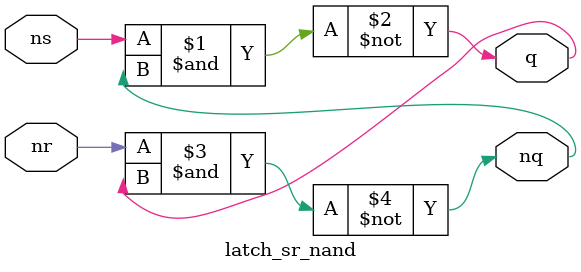
<source format=sv>
module latch_sr_nand(
    input logic ns, nr,
    output logic q, nq
);

    nand g1(q, ns, nq);
    nand g2(nq, nr, q);
endmodule
</source>
